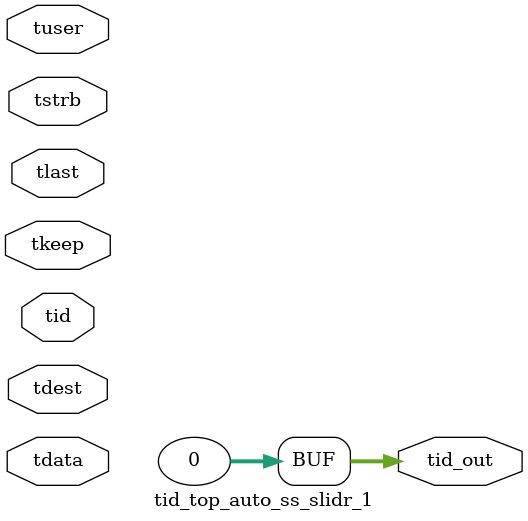
<source format=v>


`timescale 1ps/1ps

module tid_top_auto_ss_slidr_1 #
(
parameter C_S_AXIS_TID_WIDTH   = 1,
parameter C_S_AXIS_TUSER_WIDTH = 0,
parameter C_S_AXIS_TDATA_WIDTH = 0,
parameter C_S_AXIS_TDEST_WIDTH = 0,
parameter C_M_AXIS_TID_WIDTH   = 32
)
(
input  [(C_S_AXIS_TID_WIDTH   == 0 ? 1 : C_S_AXIS_TID_WIDTH)-1:0       ] tid,
input  [(C_S_AXIS_TDATA_WIDTH == 0 ? 1 : C_S_AXIS_TDATA_WIDTH)-1:0     ] tdata,
input  [(C_S_AXIS_TUSER_WIDTH == 0 ? 1 : C_S_AXIS_TUSER_WIDTH)-1:0     ] tuser,
input  [(C_S_AXIS_TDEST_WIDTH == 0 ? 1 : C_S_AXIS_TDEST_WIDTH)-1:0     ] tdest,
input  [(C_S_AXIS_TDATA_WIDTH/8)-1:0 ] tkeep,
input  [(C_S_AXIS_TDATA_WIDTH/8)-1:0 ] tstrb,
input                                                                    tlast,
output [(C_M_AXIS_TID_WIDTH   == 0 ? 1 : C_M_AXIS_TID_WIDTH)-1:0       ] tid_out
);

assign tid_out = {1'b0};

endmodule


</source>
